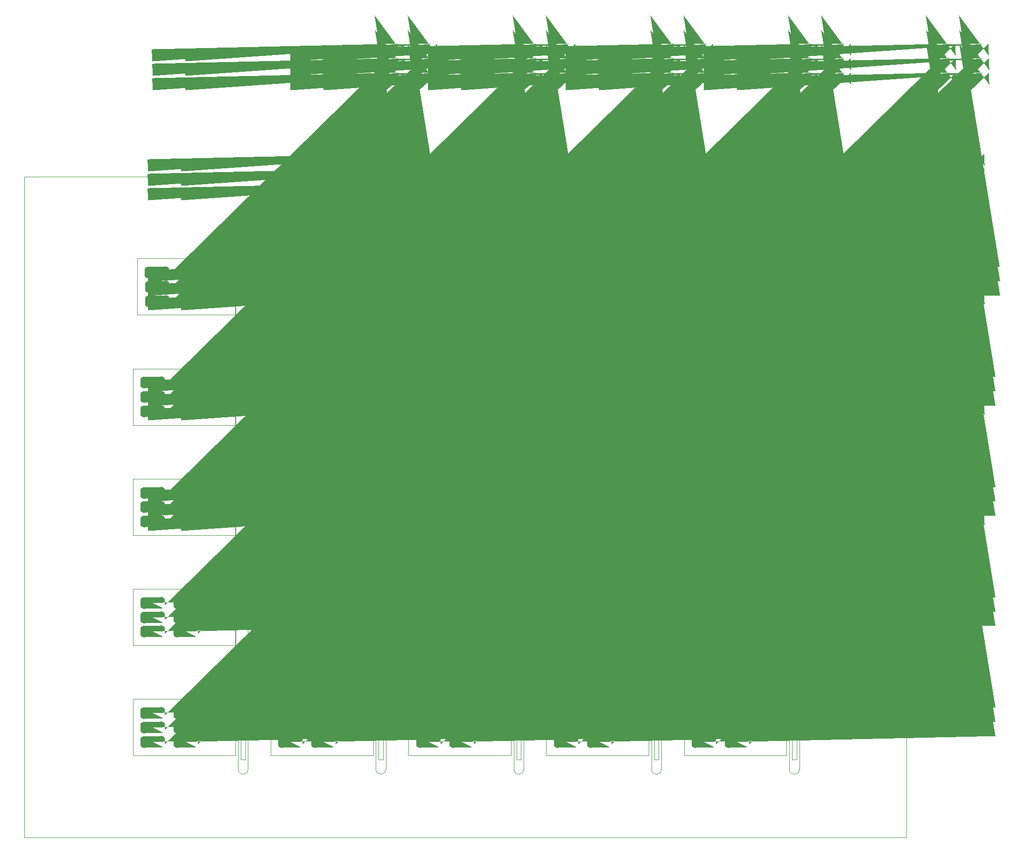
<source format=gbr>
G04 EasyPC Gerber Version 20.0.2 Build 4112 *
G04 #@! TF.Part,Single*
G04 #@! TF.FileFunction,Soldermask,Bot *
%FSLAX35Y35*%
%MOIN*%
%ADD11C,0.00004*%
%ADD14C,0.00079*%
G04 #@! TA.AperFunction,WasherPad*
%AMT87*0 Rounded Rectangle Pad at angle 90*4,1,60,0.08768,-0.01781,0.08768,0.01781,0.08754,0.02034,0.08711,0.02284,0.08641,0.02528,0.08544,0.02762,0.08421,0.02984,0.08274,0.03191,0.08106,0.03380,0.07917,0.03549,0.07710,0.03696,0.07488,0.03819,0.07254,0.03916,0.07010,0.03987,0.06760,0.04029,0.06506,0.04043,-0.06506,0.04043,-0.06759,0.04029,-0.07009,0.03987,-0.07252,0.03917,-0.07487,0.03820,-0.07709,0.03697,-0.07916,0.03550,-0.08105,0.03381,-0.08274,0.03192,-0.08420,0.02985,-0.08543,0.02763,-0.08641,0.02529,-0.08711,0.02285,-0.08754,0.02035,-0.08768,0.01781,-0.08768,-0.01781,-0.08754,-0.02034,-0.08711,-0.02284,-0.08641,-0.02528,-0.08544,-0.02762,-0.08421,-0.02984,-0.08274,-0.03191,-0.08106,-0.03380,-0.07917,-0.03549,-0.07710,-0.03696,-0.07488,-0.03819,-0.07254,-0.03916,-0.07010,-0.03987,-0.06760,-0.04029,-0.06506,-0.04043,0.06506,-0.04043,0.06759,-0.04029,0.07009,-0.03987,0.07252,-0.03917,0.07487,-0.03820,0.07709,-0.03697,0.07916,-0.03550,0.08105,-0.03381,0.08274,-0.03192,0.08420,-0.02985,0.08543,-0.02763,0.08641,-0.02529,0.08711,-0.02285,0.08754,-0.02035,0.08768,-0.01781,0*%
%ADD87T87*%
X0Y0D02*
D02*
D11*
X77413Y137346D02*
Y177665D01*
X147432Y177673*
X150637Y177665*
Y174520*
X154972*
Y174720*
X150838*
Y180287*
G75*
G02X159503I4333*
G01*
Y128102*
G75*
G02X150838I-4333*
G01*
Y166299*
X154972*
Y166500*
X150637*
Y137362*
X77413Y137346*
Y216087D02*
Y256406D01*
X147432Y256413*
X150637Y256406*
Y253260*
X154972*
Y253461*
X150838*
Y259028*
G75*
G02X159503I4333*
G01*
Y206843*
G75*
G02X150838I-4333*
G01*
Y245039*
X154972*
Y245240*
X150637*
Y216102*
X77413Y216087*
Y294827D02*
Y335146D01*
X147432Y335154*
X150637Y335146*
Y332000*
X154972*
Y332201*
X150838*
Y337768*
G75*
G02X159503I4333*
G01*
Y285583*
G75*
G02X150838I-4333*
G01*
Y323780*
X154972*
Y323980*
X150637*
Y294843*
X77413Y294827*
X77436Y58622D02*
X150669D01*
Y91335*
X154613*
Y101925*
X157755*
Y55622*
X154613*
Y89331*
X152641*
Y48764*
G75*
G03X159724I3541*
G01*
Y97815*
X159771Y102543*
G75*
G03X152641I-3565*
G01*
Y98961*
X77417*
X77436Y98941*
Y58622*
X80602Y373583D02*
Y413898D01*
X150684Y413925*
Y410772*
X155019*
Y410972*
X150881*
Y419996*
G75*
G02X153669Y422783I2787*
G01*
X159363*
G75*
G02X162106Y420041J-2743*
G01*
Y358581*
G75*
G02X159374Y355850I-2731*
G01*
X153654*
G75*
G02X150881Y358623J2773*
G01*
Y402551*
X154731*
Y402752*
X150684*
Y373614*
X80602Y373583*
X175838Y137346D02*
Y177665D01*
X245857Y177673*
X249062Y177665*
Y174520*
X253397*
Y174720*
X249263*
Y180287*
G75*
G02X257928I4333*
G01*
Y128102*
G75*
G02X249263I-4333*
G01*
Y166299*
X253397*
Y166500*
X249062*
Y137362*
X175838Y137346*
Y216087D02*
Y256406D01*
X245857Y256413*
X249062Y256406*
Y253260*
X253397*
Y253461*
X249263*
Y259028*
G75*
G02X257928I4333*
G01*
Y206843*
G75*
G02X249263I-4333*
G01*
Y245039*
X253397*
Y245240*
X249062*
Y216102*
X175838Y216087*
Y294827D02*
Y335146D01*
X245857Y335154*
X249062Y335146*
Y332000*
X253397*
Y332201*
X249263*
Y337768*
G75*
G02X257928I4333*
G01*
Y285583*
G75*
G02X249263I-4333*
G01*
Y323780*
X253397*
Y323980*
X249062*
Y294843*
X175838Y294827*
X175861Y58622D02*
X249094D01*
Y91335*
X253039*
Y101925*
X256180*
Y55622*
X253039*
Y89331*
X251066*
Y48764*
G75*
G03X258149I3541*
G01*
Y97815*
X258196Y102543*
G75*
G03X251066I-3565*
G01*
Y98961*
X175842*
X175861Y98941*
Y58622*
X179027Y373583D02*
Y413898D01*
X249109Y413925*
Y410772*
X253444*
Y410972*
X249306*
Y419996*
G75*
G02X252094Y422783I2787*
G01*
X257788*
G75*
G02X260531Y420041J-2743*
G01*
Y358581*
G75*
G02X257800Y355850I-2731*
G01*
X252079*
G75*
G02X249306Y358623J2773*
G01*
Y402551*
X253157*
Y402752*
X249109*
Y373614*
X179027Y373583*
X274263Y137346D02*
Y177665D01*
X344283Y177673*
X347487Y177665*
Y174520*
X351822*
Y174720*
X347688*
Y180287*
G75*
G02X356354I4333*
G01*
Y128102*
G75*
G02X347688I-4333*
G01*
Y166299*
X351822*
Y166500*
X347487*
Y137362*
X274263Y137346*
Y216087D02*
Y256406D01*
X344283Y256413*
X347487Y256406*
Y253260*
X351822*
Y253461*
X347688*
Y259028*
G75*
G02X356354I4333*
G01*
Y206843*
G75*
G02X347688I-4333*
G01*
Y245039*
X351822*
Y245240*
X347487*
Y216102*
X274263Y216087*
Y294827D02*
Y335146D01*
X344283Y335154*
X347487Y335146*
Y332000*
X351822*
Y332201*
X347688*
Y337768*
G75*
G02X356354I4333*
G01*
Y285583*
G75*
G02X347688I-4333*
G01*
Y323780*
X351822*
Y323980*
X347487*
Y294843*
X274263Y294827*
X274287Y58622D02*
X347519D01*
Y91335*
X351464*
Y101925*
X354606*
Y55622*
X351464*
Y89331*
X349491*
Y48764*
G75*
G03X356574I3541*
G01*
Y97815*
X356621Y102543*
G75*
G03X349491I-3565*
G01*
Y98961*
X274267*
X274287Y98941*
Y58622*
X277452Y373583D02*
Y413898D01*
X347535Y413925*
Y410772*
X351869*
Y410972*
X347731*
Y419996*
G75*
G02X350519Y422783I2787*
G01*
X356213*
G75*
G02X358956Y420041J-2743*
G01*
Y358581*
G75*
G02X356225Y355850I-2731*
G01*
X350504*
G75*
G02X347731Y358623J2773*
G01*
Y402551*
X351582*
Y402752*
X347535*
Y373614*
X277452Y373583*
X372688Y137346D02*
Y177665D01*
X442708Y177673*
X445913Y177665*
Y174520*
X450247*
Y174720*
X446113*
Y180287*
G75*
G02X454779I4333*
G01*
Y128102*
G75*
G02X446113I-4333*
G01*
Y166299*
X450247*
Y166500*
X445913*
Y137362*
X372688Y137346*
Y216087D02*
Y256406D01*
X442708Y256413*
X445913Y256406*
Y253260*
X450247*
Y253461*
X446113*
Y259028*
G75*
G02X454779I4333*
G01*
Y206843*
G75*
G02X446113I-4333*
G01*
Y245039*
X450247*
Y245240*
X445913*
Y216102*
X372688Y216087*
Y294827D02*
Y335146D01*
X442708Y335154*
X445913Y335146*
Y332000*
X450247*
Y332201*
X446113*
Y337768*
G75*
G02X454779I4333*
G01*
Y285583*
G75*
G02X446113I-4333*
G01*
Y323780*
X450247*
Y323980*
X445913*
Y294843*
X372688Y294827*
X372712Y58622D02*
X445944D01*
Y91335*
X449889*
Y101925*
X453031*
Y55622*
X449889*
Y89331*
X447917*
Y48764*
G75*
G03X454999I3541*
G01*
Y97815*
X455046Y102543*
G75*
G03X447917I-3565*
G01*
Y98961*
X372692*
X372712Y98941*
Y58622*
X375877Y373583D02*
Y413898D01*
X445960Y413925*
Y410772*
X450294*
Y410972*
X446157*
Y419996*
G75*
G02X448944Y422783I2787*
G01*
X454638*
G75*
G02X457381Y420041J-2743*
G01*
Y358581*
G75*
G02X454650Y355850I-2731*
G01*
X448930*
G75*
G02X446157Y358623J2773*
G01*
Y402551*
X450007*
Y402752*
X445960*
Y373614*
X375877Y373583*
X471113Y137346D02*
Y177665D01*
X541133Y177673*
X544338Y177665*
Y174520*
X548672*
Y174720*
X544539*
Y180287*
G75*
G02X553204I4333*
G01*
Y128102*
G75*
G02X544539I-4333*
G01*
Y166299*
X548672*
Y166500*
X544338*
Y137362*
X471113Y137346*
Y216087D02*
Y256406D01*
X541133Y256413*
X544338Y256406*
Y253260*
X548672*
Y253461*
X544539*
Y259028*
G75*
G02X553204I4333*
G01*
Y206843*
G75*
G02X544539I-4333*
G01*
Y245039*
X548672*
Y245240*
X544338*
Y216102*
X471113Y216087*
Y294827D02*
Y335146D01*
X541133Y335154*
X544338Y335146*
Y332000*
X548672*
Y332201*
X544539*
Y337768*
G75*
G02X553204I4333*
G01*
Y285583*
G75*
G02X544539I-4333*
G01*
Y323780*
X548672*
Y323980*
X544338*
Y294843*
X471113Y294827*
X471137Y58622D02*
X544369D01*
Y91335*
X548314*
Y101925*
X551456*
Y55622*
X548314*
Y89331*
X546342*
Y48764*
G75*
G03X553424I3541*
G01*
Y97815*
X553472Y102543*
G75*
G03X546342I-3565*
G01*
Y98961*
X471117*
X471137Y98941*
Y58622*
X474302Y373583D02*
Y413898D01*
X544385Y413925*
Y410772*
X548720*
Y410972*
X544582*
Y419996*
G75*
G02X547369Y422783I2787*
G01*
X553063*
G75*
G02X555806Y420041J-2743*
G01*
Y358581*
G75*
G02X553075Y355850I-2731*
G01*
X547355*
G75*
G02X544582Y358623J2773*
G01*
Y402551*
X548432*
Y402752*
X544385*
Y373614*
X474302Y373583*
D02*
D14*
X39Y39D02*
X629961D01*
Y472480*
X39*
Y39*
D02*
D87*
X91558Y89016D03*
Y167756D03*
Y246496D03*
Y325236D03*
X91627Y68543D03*
Y78780D03*
Y147283D03*
Y157520D03*
Y226024D03*
Y236260D03*
Y304764D03*
Y315000D03*
X94708Y403976D03*
X94777Y383504D03*
Y393740D03*
X115180Y89016D03*
Y167756D03*
Y246496D03*
Y325236D03*
X115249Y68543D03*
Y78780D03*
Y147283D03*
Y157520D03*
Y226024D03*
Y236260D03*
Y304764D03*
Y315000D03*
X118330Y403976D03*
X118399Y383504D03*
Y393740D03*
X189983Y89016D03*
Y167756D03*
Y246496D03*
Y325236D03*
X190052Y68543D03*
Y78780D03*
Y147283D03*
Y157520D03*
Y226024D03*
Y236260D03*
Y304764D03*
Y315000D03*
X193133Y403976D03*
X193202Y383504D03*
Y393740D03*
X213606Y89016D03*
Y167756D03*
Y246496D03*
Y325236D03*
X213674Y68543D03*
Y78780D03*
Y147283D03*
Y157520D03*
Y226024D03*
Y236260D03*
Y304764D03*
Y315000D03*
X216755Y403976D03*
X216824Y383504D03*
Y393740D03*
X288409Y89016D03*
Y167756D03*
Y246496D03*
Y325236D03*
X288478Y68543D03*
Y78780D03*
Y147283D03*
Y157520D03*
Y226024D03*
Y236260D03*
Y304764D03*
Y315000D03*
X291558Y403976D03*
X291627Y383504D03*
Y393740D03*
X312031Y89016D03*
Y167756D03*
Y246496D03*
Y325236D03*
X312100Y68543D03*
Y78780D03*
Y147283D03*
Y157520D03*
Y226024D03*
Y236260D03*
Y304764D03*
Y315000D03*
X315180Y403976D03*
X315249Y383504D03*
Y393740D03*
X386834Y89016D03*
Y167756D03*
Y246496D03*
Y325236D03*
X386903Y68543D03*
Y78780D03*
Y147283D03*
Y157520D03*
Y226024D03*
Y236260D03*
Y304764D03*
Y315000D03*
X389983Y403976D03*
X390052Y383504D03*
Y393740D03*
X410456Y89016D03*
Y167756D03*
Y246496D03*
Y325236D03*
X410525Y68543D03*
Y78780D03*
Y147283D03*
Y157520D03*
Y226024D03*
Y236260D03*
Y304764D03*
Y315000D03*
X413606Y403976D03*
X413674Y383504D03*
Y393740D03*
X485259Y89016D03*
Y167756D03*
Y246496D03*
Y325236D03*
X485328Y68543D03*
Y78780D03*
Y147283D03*
Y157520D03*
Y226024D03*
Y236260D03*
Y304764D03*
Y315000D03*
X488409Y403976D03*
X488478Y383504D03*
Y393740D03*
X508881Y89016D03*
Y167756D03*
Y246496D03*
Y325236D03*
X508950Y68543D03*
Y78780D03*
Y147283D03*
Y157520D03*
Y226024D03*
Y236260D03*
Y304764D03*
Y315000D03*
X512031Y403976D03*
X512100Y383504D03*
Y393740D03*
X0Y0D02*
M02*

</source>
